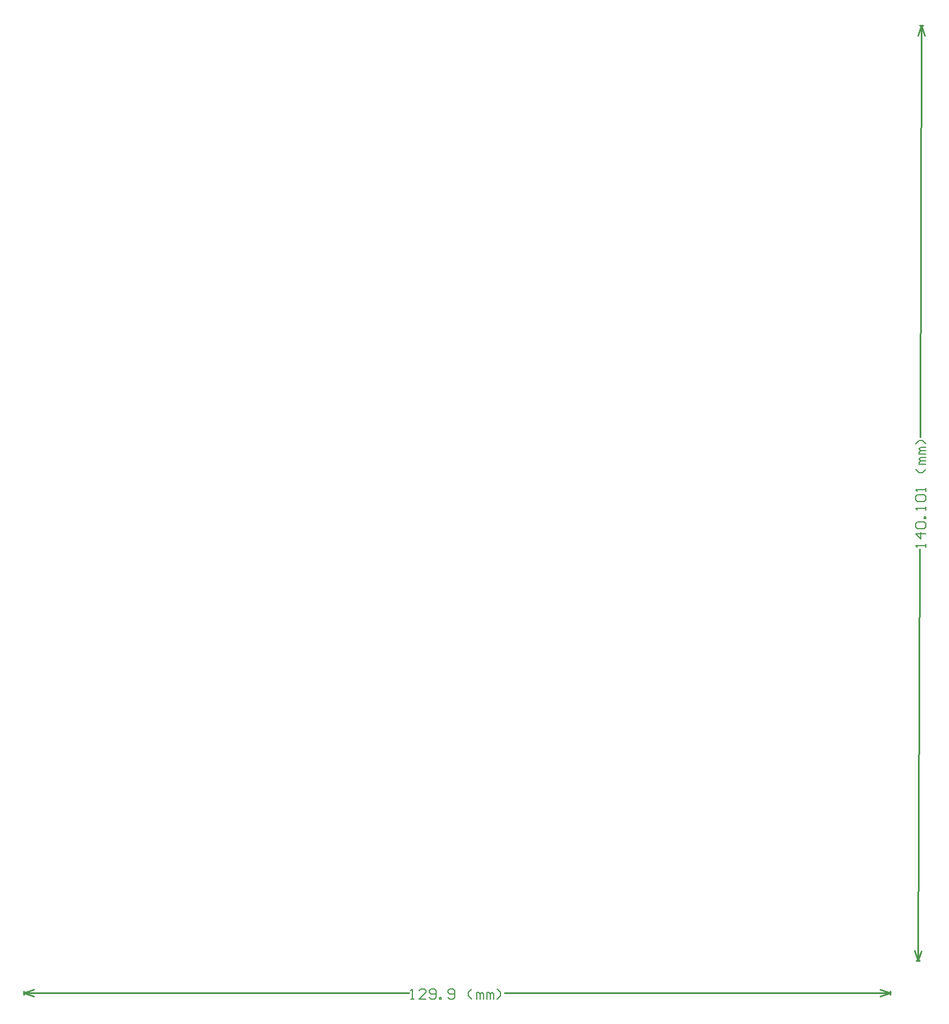
<source format=gm1>
%FSLAX44Y44*%
%MOMM*%
G71*
G01*
G75*
G04 Layer_Color=16711935*
%ADD10R,1.0000X1.0000*%
%ADD11R,1.0000X1.0000*%
%ADD12R,0.5500X1.5000*%
%ADD13R,1.5000X0.5500*%
%ADD14R,2.0000X5.5000*%
%ADD15R,0.7600X1.7800*%
%ADD16R,0.7200X1.7800*%
%ADD17R,4.3000X2.6000*%
%ADD18R,5.7000X5.5000*%
%ADD19C,0.9000*%
%ADD20C,2.0000*%
%ADD21C,1.4000*%
%ADD22C,0.5000*%
%ADD23C,0.3000*%
%ADD24C,0.5400*%
%ADD25C,1.0000*%
%ADD26C,0.4000*%
%ADD27C,0.2540*%
%ADD28R,1.8500X1.8500*%
%ADD29C,1.8500*%
%ADD30C,1.8000*%
%ADD31C,0.9000*%
%ADD32C,1.3000*%
%ADD33C,1.7000*%
%ADD34C,3.0000*%
%ADD35C,1.2700*%
%ADD36C,1.0000*%
%ADD37R,1.0000X1.4000*%
%ADD38C,0.2500*%
%ADD39C,0.2000*%
%ADD40R,1.2032X1.2032*%
%ADD41R,1.2032X1.2032*%
%ADD42R,0.7532X1.7032*%
%ADD43R,1.7032X0.7532*%
%ADD44R,2.2032X5.7032*%
%ADD45R,0.9632X1.9832*%
%ADD46R,0.9232X1.9832*%
%ADD47R,4.5032X2.8032*%
%ADD48R,5.9032X5.7032*%
%ADD49R,2.0532X2.0532*%
%ADD50C,2.0532*%
%ADD51C,2.0032*%
%ADD52C,1.1032*%
%ADD53C,1.5032*%
%ADD54C,1.9032*%
%ADD55C,3.2032*%
%ADD56C,1.4732*%
%ADD57C,1.2032*%
%ADD58R,1.2032X1.6032*%
%ADD59C,0.1524*%
D27*
X1341000Y0D02*
X1343200Y616452D01*
X1343800Y784548D02*
X1346000Y1401000D01*
X1335974Y15258D02*
X1341000Y0D01*
X1346134Y15222D01*
X1340866Y1385778D02*
X1346000Y1401000D01*
X1351026Y1385742D01*
X1338460Y9D02*
X1343540Y-9D01*
X1343460Y1401009D02*
X1348540Y1400991D01*
X0Y-48000D02*
X578148D01*
X720852D02*
X1299000D01*
X0D02*
X15240Y-42920D01*
X0Y-48000D02*
X15240Y-53080D01*
X1283760Y-42920D02*
X1299000Y-48000D01*
X1283760Y-53080D02*
X1299000Y-48000D01*
X0Y-50540D02*
Y-45460D01*
X1299000Y-50540D02*
Y-45460D01*
D59*
X1352351Y618960D02*
X1352369Y624038D01*
X1352360Y621499D01*
X1337125Y621553D01*
X1339655Y619005D01*
X1352423Y639273D02*
X1337188Y639327D01*
X1344778Y631683D01*
X1344815Y641839D01*
X1339754Y646936D02*
X1337224Y649484D01*
X1337242Y654562D01*
X1339791Y657093D01*
X1349947Y657056D01*
X1352478Y654508D01*
X1352459Y649430D01*
X1349911Y646900D01*
X1339754Y646936D01*
X1352505Y662125D02*
X1349966Y662135D01*
X1349975Y664674D01*
X1352514Y664665D01*
X1352505Y662125D01*
X1352550Y674821D02*
X1352568Y679900D01*
X1352559Y677361D01*
X1337324Y677415D01*
X1339854Y674867D01*
X1339899Y687562D02*
X1337369Y690111D01*
X1337388Y695189D01*
X1339936Y697719D01*
X1350092Y697683D01*
X1352622Y695135D01*
X1352604Y690056D01*
X1350056Y687526D01*
X1339899Y687562D01*
X1352650Y702752D02*
X1352668Y707830D01*
X1352659Y705291D01*
X1337424Y705346D01*
X1339954Y702797D01*
X1352767Y735761D02*
X1347671Y730701D01*
X1342593Y730719D01*
X1337533Y735816D01*
X1352795Y743379D02*
X1342638Y743415D01*
X1342647Y745954D01*
X1345195Y748484D01*
X1352813Y748457D01*
X1345195Y748484D01*
X1342665Y751032D01*
X1345213Y753563D01*
X1352831Y753535D01*
X1352849Y758614D02*
X1342692Y758650D01*
X1342701Y761189D01*
X1345250Y763719D01*
X1352867Y763692D01*
X1345250Y763719D01*
X1342720Y766267D01*
X1345268Y768798D01*
X1352885Y768770D01*
X1352903Y773849D02*
X1347843Y778945D01*
X1342765Y778963D01*
X1337668Y773903D01*
X580688Y-57141D02*
X585766D01*
X583227D01*
Y-41906D01*
X580688Y-44446D01*
X603540Y-57141D02*
X593384D01*
X603540Y-46985D01*
Y-44446D01*
X601001Y-41906D01*
X595923D01*
X593384Y-44446D01*
X608619Y-54602D02*
X611158Y-57141D01*
X616236D01*
X618775Y-54602D01*
Y-44446D01*
X616236Y-41906D01*
X611158D01*
X608619Y-44446D01*
Y-46985D01*
X611158Y-49524D01*
X618775D01*
X623854Y-57141D02*
Y-54602D01*
X626393D01*
Y-57141D01*
X623854D01*
X636550Y-54602D02*
X639089Y-57141D01*
X644167D01*
X646706Y-54602D01*
Y-44446D01*
X644167Y-41906D01*
X639089D01*
X636550Y-44446D01*
Y-46985D01*
X639089Y-49524D01*
X646706D01*
X672098Y-57141D02*
X667020Y-52063D01*
Y-46985D01*
X672098Y-41906D01*
X679716Y-57141D02*
Y-46985D01*
X682255D01*
X684794Y-49524D01*
Y-57141D01*
Y-49524D01*
X687333Y-46985D01*
X689872Y-49524D01*
Y-57141D01*
X694951D02*
Y-46985D01*
X697490D01*
X700029Y-49524D01*
Y-57141D01*
Y-49524D01*
X702568Y-46985D01*
X705107Y-49524D01*
Y-57141D01*
X710186D02*
X715264Y-52063D01*
Y-46985D01*
X710186Y-41906D01*
M02*

</source>
